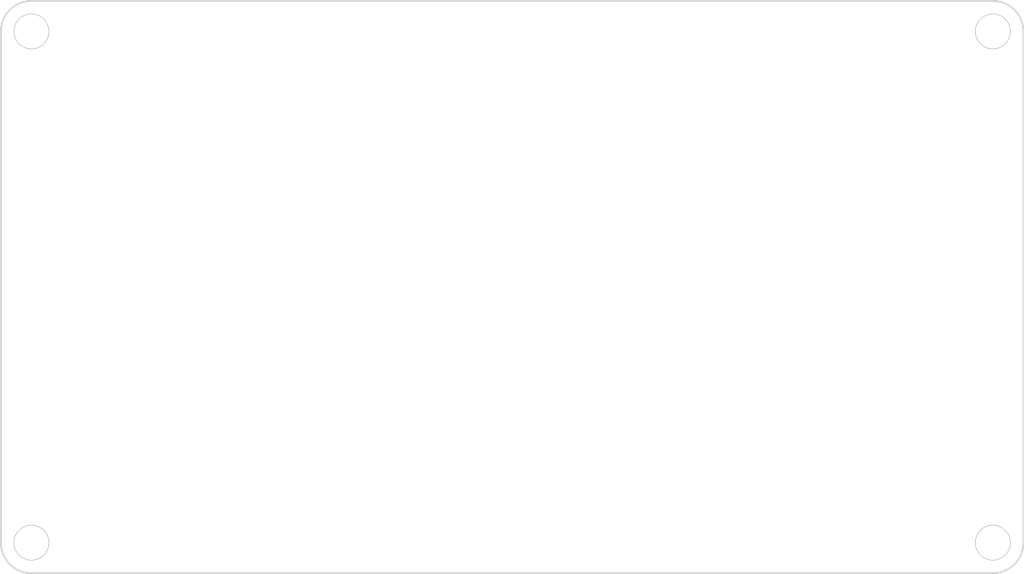
<source format=kicad_pcb>
(kicad_pcb (version 20171130) (host pcbnew "(5.0.2)-1")

  (general
    (thickness 1.6)
    (drawings 14)
    (tracks 0)
    (zones 0)
    (modules 4)
    (nets 1)
  )

  (page A4)
  (layers
    (0 F.Cu signal)
    (31 B.Cu signal)
    (32 B.Adhes user)
    (33 F.Adhes user)
    (34 B.Paste user)
    (35 F.Paste user)
    (36 B.SilkS user)
    (37 F.SilkS user)
    (38 B.Mask user)
    (39 F.Mask user)
    (40 Dwgs.User user)
    (41 Cmts.User user)
    (42 Eco1.User user)
    (43 Eco2.User user)
    (44 Edge.Cuts user)
    (45 Margin user)
    (46 B.CrtYd user)
    (47 F.CrtYd user)
    (48 B.Fab user)
    (49 F.Fab user)
  )

  (setup
    (last_trace_width 0.25)
    (trace_clearance 0.2)
    (zone_clearance 0.508)
    (zone_45_only no)
    (trace_min 0.2)
    (segment_width 0.2)
    (edge_width 0.15)
    (via_size 0.8)
    (via_drill 0.4)
    (via_min_size 0.4)
    (via_min_drill 0.3)
    (uvia_size 0.3)
    (uvia_drill 0.1)
    (uvias_allowed no)
    (uvia_min_size 0.2)
    (uvia_min_drill 0.1)
    (pcb_text_width 0.3)
    (pcb_text_size 1.5 1.5)
    (mod_edge_width 0.15)
    (mod_text_size 1 1)
    (mod_text_width 0.15)
    (pad_size 1.524 1.524)
    (pad_drill 0.762)
    (pad_to_mask_clearance 0.051)
    (solder_mask_min_width 0.25)
    (aux_axis_origin 0 0)
    (visible_elements 7FFFF9FF)
    (pcbplotparams
      (layerselection 0x010fc_ffffffff)
      (usegerberextensions true)
      (usegerberattributes false)
      (usegerberadvancedattributes false)
      (creategerberjobfile false)
      (excludeedgelayer true)
      (linewidth 0.100000)
      (plotframeref false)
      (viasonmask false)
      (mode 1)
      (useauxorigin false)
      (hpglpennumber 1)
      (hpglpenspeed 20)
      (hpglpendiameter 15.000000)
      (psnegative false)
      (psa4output false)
      (plotreference true)
      (plotvalue true)
      (plotinvisibletext false)
      (padsonsilk false)
      (subtractmaskfromsilk false)
      (outputformat 1)
      (mirror false)
      (drillshape 0)
      (scaleselection 1)
      (outputdirectory "Gerber/Drills/"))
  )

  (net 0 "")

  (net_class Default "This is the default net class."
    (clearance 0.2)
    (trace_width 0.25)
    (via_dia 0.8)
    (via_drill 0.4)
    (uvia_dia 0.3)
    (uvia_drill 0.1)
  )

  (module keyboard_parts:HOLE_M2.6 (layer F.Cu) (tedit 5E6D2DA1) (tstamp 5EA0979F)
    (at 228.6 77.47)
    (fp_text reference HOLE_M2.6 (at 0 -4.5) (layer F.SilkS) hide
      (effects (font (size 1.524 1.524) (thickness 0.3048)))
    )
    (fp_text value m2.6 (at 0.05 -7.25) (layer F.SilkS) hide
      (effects (font (size 1.524 1.524) (thickness 0.3048)))
    )
    (pad 1 thru_hole circle (at 0 0) (size 2.8 2.8) (drill 2.8) (layers *.Cu *.Mask F.SilkS))
  )

  (module keyboard_parts:HOLE_M2.6 (layer F.Cu) (tedit 5E6D2DA1) (tstamp 5EA0979F)
    (at 228.6 120.015)
    (fp_text reference HOLE_M2.6 (at 0 -4.5) (layer F.SilkS) hide
      (effects (font (size 1.524 1.524) (thickness 0.3048)))
    )
    (fp_text value m2.6 (at 0.05 -7.25) (layer F.SilkS) hide
      (effects (font (size 1.524 1.524) (thickness 0.3048)))
    )
    (pad 1 thru_hole circle (at 0 0) (size 2.8 2.8) (drill 2.8) (layers *.Cu *.Mask F.SilkS))
  )

  (module keyboard_parts:HOLE_M2.6 (layer F.Cu) (tedit 5E6D2E0E) (tstamp 5EA09D23)
    (at 148.59 77.47)
    (fp_text reference HOLE_M2.6 (at 0 -4.5) (layer F.SilkS) hide
      (effects (font (size 1.524 1.524) (thickness 0.3048)))
    )
    (fp_text value m2.6 (at 0.05 -7.25) (layer F.SilkS) hide
      (effects (font (size 1.524 1.524) (thickness 0.3048)))
    )
    (pad 1 thru_hole circle (at 0 0) (size 2.8 2.8) (drill 2.8) (layers *.Cu *.Mask F.SilkS))
  )

  (module keyboard_parts:HOLE_M2.6 (layer F.Cu) (tedit 5E6D2E02) (tstamp 5EA09F0E)
    (at 148.59 120.015)
    (fp_text reference HOLE_M2.6 (at 0 -4.5) (layer F.SilkS) hide
      (effects (font (size 1.524 1.524) (thickness 0.3048)))
    )
    (fp_text value m2.6 (at 0.05 -7.25) (layer F.SilkS) hide
      (effects (font (size 1.524 1.524) (thickness 0.3048)))
    )
    (pad 1 thru_hole circle (at 0 0) (size 2.8 2.8) (drill 2.8) (layers *.Cu *.Mask F.SilkS))
  )

  (gr_circle (center 228.6 77.47) (end 229.87 76.835) (layer Edge.Cuts) (width 0.15))
  (gr_circle (center 228.6 120.015) (end 229.235 118.745) (layer Edge.Cuts) (width 0.15))
  (gr_circle (center 148.59 120.015) (end 147.32 119.38) (layer Edge.Cuts) (width 0.15) (tstamp 5E79AD1D))
  (gr_circle (center 148.59 77.47) (end 147.32 76.835) (layer Edge.Cuts) (width 0.15))
  (gr_line (start 146.05 119.38) (end 146.05 77.47) (layer Edge.Cuts) (width 0.15))
  (gr_line (start 228.6 122.555) (end 148.59 122.555) (layer Edge.Cuts) (width 0.15))
  (gr_line (start 231.14 77.47) (end 231.14 119.38) (layer Edge.Cuts) (width 0.15))
  (gr_line (start 148.59 74.93) (end 228.6 74.93) (layer Edge.Cuts) (width 0.15))
  (gr_line (start 146.05 120.015) (end 146.05 119.38) (layer Edge.Cuts) (width 0.15))
  (gr_line (start 231.14 120.015) (end 231.14 119.38) (layer Edge.Cuts) (width 0.15))
  (gr_arc (start 148.59 120.015) (end 146.05 120.015) (angle -90) (layer Edge.Cuts) (width 0.15))
  (gr_arc (start 148.59 77.47) (end 148.59 74.93) (angle -90) (layer Edge.Cuts) (width 0.15))
  (gr_arc (start 228.6 77.47) (end 231.14 77.47) (angle -90) (layer Edge.Cuts) (width 0.15))
  (gr_arc (start 228.6 120.015) (end 228.6 122.555) (angle -90) (layer Edge.Cuts) (width 0.15))

)

</source>
